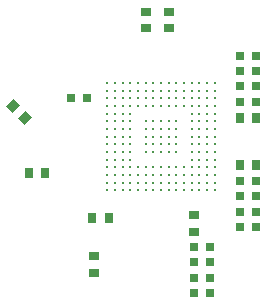
<source format=gtp>
G04*
G04 #@! TF.GenerationSoftware,Altium Limited,Altium Designer,18.1.9 (240)*
G04*
G04 Layer_Color=8421504*
%FSLAX43Y43*%
%MOMM*%
G71*
G01*
G75*
%ADD16R,0.800X0.850*%
%ADD17R,0.750X0.800*%
G04:AMPARAMS|DCode=18|XSize=0.85mm|YSize=0.8mm|CornerRadius=0mm|HoleSize=0mm|Usage=FLASHONLY|Rotation=225.000|XOffset=0mm|YOffset=0mm|HoleType=Round|Shape=Rectangle|*
%AMROTATEDRECTD18*
4,1,4,0.018,0.583,0.583,0.018,-0.018,-0.583,-0.583,-0.018,0.018,0.583,0.0*
%
%ADD18ROTATEDRECTD18*%

%ADD19R,0.850X0.800*%
%ADD20C,0.300*%
D16*
X12950Y37525D02*
D03*
X14350D02*
D03*
X18300Y33775D02*
D03*
X19700D02*
D03*
X32200Y42250D02*
D03*
X30800D02*
D03*
X30800Y38250D02*
D03*
X32200D02*
D03*
D17*
X32175Y35600D02*
D03*
X30825D02*
D03*
X32175Y46200D02*
D03*
X30825D02*
D03*
X32175Y44900D02*
D03*
X30825D02*
D03*
X32175Y47500D02*
D03*
X30825D02*
D03*
X32175Y33000D02*
D03*
X30825D02*
D03*
X17875Y43900D02*
D03*
X16525D02*
D03*
X28275Y27400D02*
D03*
X26925D02*
D03*
X28275Y28700D02*
D03*
X26925D02*
D03*
X28275Y30000D02*
D03*
X26925D02*
D03*
X28275Y31300D02*
D03*
X26925D02*
D03*
X30825Y34300D02*
D03*
X32175D02*
D03*
X30825Y36900D02*
D03*
X32175D02*
D03*
X30825Y43600D02*
D03*
X32175D02*
D03*
D18*
X11630Y43195D02*
D03*
X12620Y42205D02*
D03*
D19*
X26950Y32600D02*
D03*
Y34000D02*
D03*
X24850Y49800D02*
D03*
Y51200D02*
D03*
X22850Y49800D02*
D03*
Y51200D02*
D03*
X18500Y30500D02*
D03*
Y29100D02*
D03*
D20*
X19580Y45190D02*
D03*
X20230D02*
D03*
X20880D02*
D03*
X21530D02*
D03*
X22180D02*
D03*
X22830D02*
D03*
X23480D02*
D03*
X24130D02*
D03*
X24780D02*
D03*
X25430D02*
D03*
X26080D02*
D03*
X26730D02*
D03*
X27380D02*
D03*
X28030D02*
D03*
X28680D02*
D03*
X19580Y44540D02*
D03*
X20230D02*
D03*
X20880D02*
D03*
X21530D02*
D03*
X22180D02*
D03*
X22830D02*
D03*
X23480D02*
D03*
X24130D02*
D03*
X24780D02*
D03*
X25430D02*
D03*
X26080D02*
D03*
X26730D02*
D03*
X27380D02*
D03*
X28030D02*
D03*
X28680D02*
D03*
X19580Y43890D02*
D03*
X20230D02*
D03*
X20880D02*
D03*
X21530D02*
D03*
X22180D02*
D03*
X22830D02*
D03*
X23480D02*
D03*
X24130D02*
D03*
X24780D02*
D03*
X25430D02*
D03*
X26080D02*
D03*
X26730D02*
D03*
X27380D02*
D03*
X28030D02*
D03*
X28680D02*
D03*
X19580Y43240D02*
D03*
X20230D02*
D03*
X20880D02*
D03*
X21530D02*
D03*
X22180D02*
D03*
X22830D02*
D03*
X23480D02*
D03*
X24130D02*
D03*
X24780D02*
D03*
X25430D02*
D03*
X26080D02*
D03*
X26730D02*
D03*
X27380D02*
D03*
X28030D02*
D03*
X28680D02*
D03*
X19580Y42590D02*
D03*
X20230D02*
D03*
X20880D02*
D03*
X21530D02*
D03*
X26730D02*
D03*
X27380D02*
D03*
X28030D02*
D03*
X28680D02*
D03*
X19580Y41940D02*
D03*
X20230D02*
D03*
X20880D02*
D03*
X21530D02*
D03*
X22830D02*
D03*
X23480D02*
D03*
X24130D02*
D03*
X24780D02*
D03*
X25430D02*
D03*
X26730D02*
D03*
X27380D02*
D03*
X28030D02*
D03*
X28680D02*
D03*
X19580Y41290D02*
D03*
X20230D02*
D03*
X20880D02*
D03*
X21530D02*
D03*
X22830D02*
D03*
X23480D02*
D03*
X24130D02*
D03*
X24780D02*
D03*
X25430D02*
D03*
X26730D02*
D03*
X27380D02*
D03*
X28030D02*
D03*
X28680D02*
D03*
X19580Y40640D02*
D03*
X20230D02*
D03*
X20880D02*
D03*
X21530D02*
D03*
X22830D02*
D03*
X23480D02*
D03*
X24130D02*
D03*
X24780D02*
D03*
X25430D02*
D03*
X26730D02*
D03*
X27380D02*
D03*
X28030D02*
D03*
X28680D02*
D03*
X19580Y39990D02*
D03*
X20230D02*
D03*
X20880D02*
D03*
X21530D02*
D03*
X22830D02*
D03*
X23480D02*
D03*
X24130D02*
D03*
X24780D02*
D03*
X25430D02*
D03*
X26730D02*
D03*
X27380D02*
D03*
X28030D02*
D03*
X28680D02*
D03*
X19580Y39340D02*
D03*
X20230D02*
D03*
X20880D02*
D03*
X21530D02*
D03*
X22830D02*
D03*
X23480D02*
D03*
X24130D02*
D03*
X24780D02*
D03*
X25430D02*
D03*
X26730D02*
D03*
X27380D02*
D03*
X28030D02*
D03*
X28680D02*
D03*
X19580Y38690D02*
D03*
X20230D02*
D03*
X20880D02*
D03*
X21530D02*
D03*
X26730D02*
D03*
X27380D02*
D03*
X28030D02*
D03*
X28680D02*
D03*
X19580Y38040D02*
D03*
X20230D02*
D03*
X20880D02*
D03*
X21530D02*
D03*
X22180D02*
D03*
X22830D02*
D03*
X23480D02*
D03*
X24130D02*
D03*
X24780D02*
D03*
X25430D02*
D03*
X26080D02*
D03*
X26730D02*
D03*
X27380D02*
D03*
X28030D02*
D03*
X28680D02*
D03*
X19580Y37390D02*
D03*
X20230D02*
D03*
X20880D02*
D03*
X21530D02*
D03*
X22180D02*
D03*
X22830D02*
D03*
X23480D02*
D03*
X24130D02*
D03*
X24780D02*
D03*
X25430D02*
D03*
X26080D02*
D03*
X26730D02*
D03*
X27380D02*
D03*
X28030D02*
D03*
X28680D02*
D03*
X19580Y36740D02*
D03*
X20230D02*
D03*
X20880D02*
D03*
X21530D02*
D03*
X22180D02*
D03*
X22830D02*
D03*
X23480D02*
D03*
X24130D02*
D03*
X24780D02*
D03*
X25430D02*
D03*
X26080D02*
D03*
X26730D02*
D03*
X27380D02*
D03*
X28030D02*
D03*
X28680D02*
D03*
X19580Y36090D02*
D03*
X20230D02*
D03*
X20880D02*
D03*
X21530D02*
D03*
X22180D02*
D03*
X22830D02*
D03*
X23480D02*
D03*
X24130D02*
D03*
X24780D02*
D03*
X25430D02*
D03*
X26080D02*
D03*
X26730D02*
D03*
X27380D02*
D03*
X28030D02*
D03*
X28680D02*
D03*
M02*

</source>
